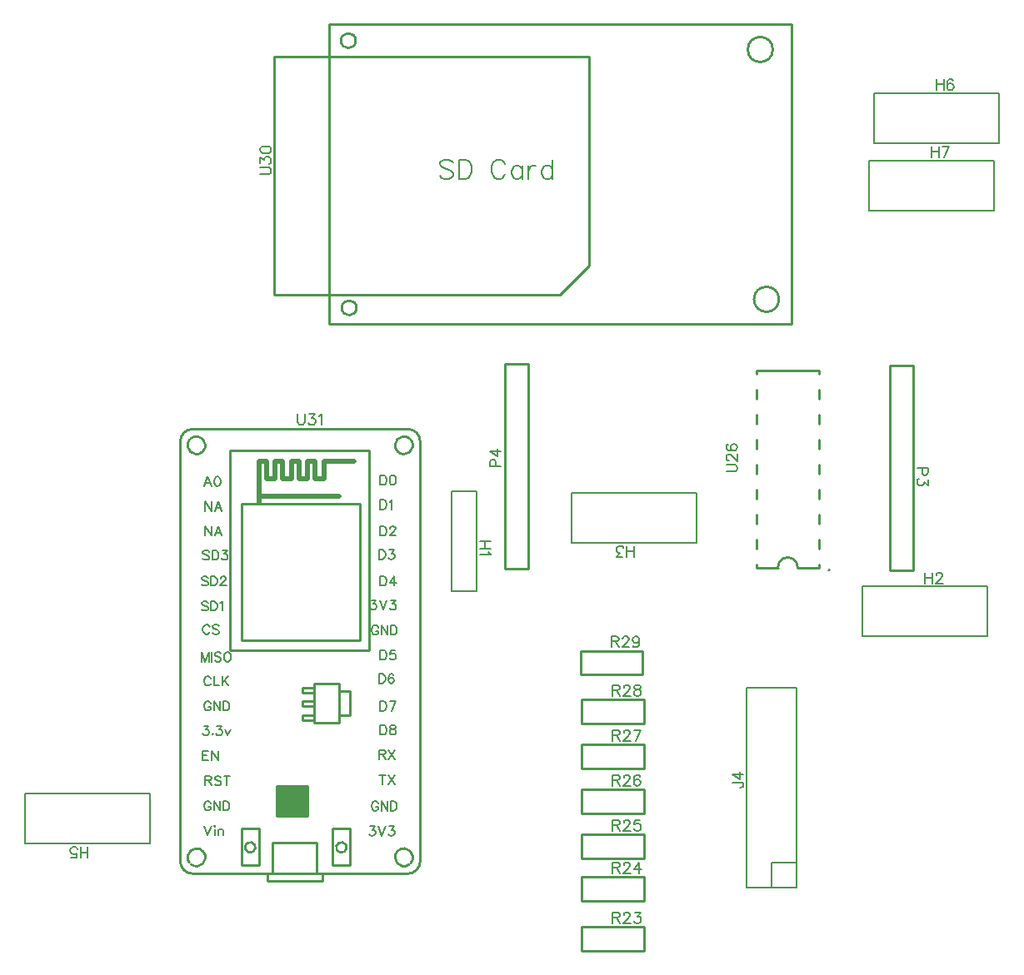
<source format=gto>
G04 Layer: TopSilkLayer*
G04 EasyEDA v6.4.17, 2021-03-04T16:16:43+05:30*
G04 deca96cb4bbb4a47937ce8430cf14737,2bb57043524a4b129a37d6aa7432c0d1,10*
G04 Gerber Generator version 0.2*
G04 Scale: 100 percent, Rotated: No, Reflected: No *
G04 Dimensions in millimeters *
G04 leading zeros omitted , absolute positions ,4 integer and 5 decimal *
%FSLAX45Y45*%
%MOMM*%

%ADD10C,0.2540*%
%ADD20C,0.2032*%
%ADD21C,0.2030*%
%ADD22C,0.5080*%
%ADD23C,0.2030*%
%ADD24C,0.1524*%

%LPD*%
D24*
X-799084Y647700D02*
G01*
X-908050Y647700D01*
X-799084Y575055D02*
G01*
X-908050Y575055D01*
X-850900Y647700D02*
G01*
X-850900Y575055D01*
X-819912Y540765D02*
G01*
X-814578Y530352D01*
X-799084Y514604D01*
X-908050Y514604D01*
X-2755900Y1944115D02*
G01*
X-2755900Y1866137D01*
X-2750820Y1850644D01*
X-2740405Y1840229D01*
X-2724657Y1835150D01*
X-2714244Y1835150D01*
X-2698750Y1840229D01*
X-2688336Y1850644D01*
X-2683255Y1866137D01*
X-2683255Y1944115D01*
X-2638552Y1944115D02*
G01*
X-2581402Y1944115D01*
X-2612389Y1902460D01*
X-2596895Y1902460D01*
X-2586481Y1897379D01*
X-2581402Y1892300D01*
X-2576068Y1876552D01*
X-2576068Y1866137D01*
X-2581402Y1850644D01*
X-2591815Y1840229D01*
X-2607310Y1835150D01*
X-2622804Y1835150D01*
X-2638552Y1840229D01*
X-2643631Y1845310D01*
X-2648965Y1855723D01*
X-2541778Y1923287D02*
G01*
X-2531363Y1928621D01*
X-2515870Y1944115D01*
X-2515870Y1835150D01*
D20*
X-3672078Y1308102D02*
G01*
X-3708400Y1212598D01*
X-3672078Y1308102D02*
G01*
X-3635755Y1212598D01*
X-3694684Y1244348D02*
G01*
X-3649218Y1244348D01*
X-3578352Y1308102D02*
G01*
X-3592068Y1303530D01*
X-3601212Y1289814D01*
X-3605784Y1267208D01*
X-3605784Y1253492D01*
X-3601212Y1230886D01*
X-3592068Y1217170D01*
X-3578352Y1212598D01*
X-3569207Y1212598D01*
X-3555745Y1217170D01*
X-3546602Y1230886D01*
X-3542029Y1253492D01*
X-3542029Y1267208D01*
X-3546602Y1289814D01*
X-3555745Y1303530D01*
X-3569207Y1308102D01*
X-3578352Y1308102D01*
X-3695700Y1054102D02*
G01*
X-3695700Y958598D01*
X-3695700Y1054102D02*
G01*
X-3631945Y958598D01*
X-3631945Y1054102D02*
G01*
X-3631945Y958598D01*
X-3565652Y1054102D02*
G01*
X-3601973Y958598D01*
X-3565652Y1054102D02*
G01*
X-3529329Y958598D01*
X-3588512Y990348D02*
G01*
X-3543045Y990348D01*
X-3695700Y803910D02*
G01*
X-3695700Y708405D01*
X-3695700Y803910D02*
G01*
X-3631945Y708405D01*
X-3631945Y803910D02*
G01*
X-3631945Y708405D01*
X-3565652Y803910D02*
G01*
X-3601973Y708405D01*
X-3565652Y803910D02*
G01*
X-3529329Y708405D01*
X-3588512Y740155D02*
G01*
X-3543045Y740155D01*
X-3657345Y545086D02*
G01*
X-3666489Y554230D01*
X-3680205Y558802D01*
X-3698494Y558802D01*
X-3711955Y554230D01*
X-3721100Y545086D01*
X-3721100Y535942D01*
X-3716528Y526798D01*
X-3711955Y522480D01*
X-3702812Y517908D01*
X-3675634Y508764D01*
X-3666489Y504192D01*
X-3661918Y499620D01*
X-3657345Y490476D01*
X-3657345Y477014D01*
X-3666489Y467870D01*
X-3680205Y463298D01*
X-3698494Y463298D01*
X-3711955Y467870D01*
X-3721100Y477014D01*
X-3627373Y558802D02*
G01*
X-3627373Y463298D01*
X-3627373Y558802D02*
G01*
X-3595623Y558802D01*
X-3581907Y554230D01*
X-3573018Y545086D01*
X-3568445Y535942D01*
X-3563873Y522480D01*
X-3563873Y499620D01*
X-3568445Y485904D01*
X-3573018Y477014D01*
X-3581907Y467870D01*
X-3595623Y463298D01*
X-3627373Y463298D01*
X-3524757Y558802D02*
G01*
X-3474720Y558802D01*
X-3501897Y522480D01*
X-3488436Y522480D01*
X-3479292Y517908D01*
X-3474720Y513336D01*
X-3470147Y499620D01*
X-3470147Y490476D01*
X-3474720Y477014D01*
X-3483863Y467870D01*
X-3497579Y463298D01*
X-3511042Y463298D01*
X-3524757Y467870D01*
X-3529329Y472442D01*
X-3533902Y481586D01*
X-3670045Y282194D02*
G01*
X-3679189Y291337D01*
X-3692905Y295910D01*
X-3711194Y295910D01*
X-3724655Y291337D01*
X-3733800Y282194D01*
X-3733800Y273050D01*
X-3729228Y263905D01*
X-3724655Y259587D01*
X-3715512Y255015D01*
X-3688334Y245871D01*
X-3679189Y241300D01*
X-3674618Y236728D01*
X-3670045Y227584D01*
X-3670045Y214121D01*
X-3679189Y204978D01*
X-3692905Y200405D01*
X-3711194Y200405D01*
X-3724655Y204978D01*
X-3733800Y214121D01*
X-3640073Y295910D02*
G01*
X-3640073Y200405D01*
X-3640073Y295910D02*
G01*
X-3608323Y295910D01*
X-3594607Y291337D01*
X-3585718Y282194D01*
X-3581145Y273050D01*
X-3576573Y259587D01*
X-3576573Y236728D01*
X-3581145Y223012D01*
X-3585718Y214121D01*
X-3594607Y204978D01*
X-3608323Y200405D01*
X-3640073Y200405D01*
X-3542029Y273050D02*
G01*
X-3542029Y277621D01*
X-3537457Y286765D01*
X-3532886Y291337D01*
X-3523742Y295910D01*
X-3505707Y295910D01*
X-3496563Y291337D01*
X-3491992Y286765D01*
X-3487420Y277621D01*
X-3487420Y268478D01*
X-3491992Y259587D01*
X-3501136Y245871D01*
X-3546602Y200405D01*
X-3482847Y200405D01*
X-3670045Y28194D02*
G01*
X-3679189Y37337D01*
X-3692905Y41910D01*
X-3711194Y41910D01*
X-3724655Y37337D01*
X-3733800Y28194D01*
X-3733800Y19050D01*
X-3729228Y9905D01*
X-3724655Y5587D01*
X-3715512Y1015D01*
X-3688334Y-8128D01*
X-3679189Y-12700D01*
X-3674618Y-17271D01*
X-3670045Y-26415D01*
X-3670045Y-39878D01*
X-3679189Y-49021D01*
X-3692905Y-53594D01*
X-3711194Y-53594D01*
X-3724655Y-49021D01*
X-3733800Y-39878D01*
X-3640073Y41910D02*
G01*
X-3640073Y-53594D01*
X-3640073Y41910D02*
G01*
X-3608323Y41910D01*
X-3594607Y37337D01*
X-3585718Y28194D01*
X-3581145Y19050D01*
X-3576573Y5587D01*
X-3576573Y-17271D01*
X-3581145Y-30987D01*
X-3585718Y-39878D01*
X-3594607Y-49021D01*
X-3608323Y-53594D01*
X-3640073Y-53594D01*
X-3546602Y23621D02*
G01*
X-3537457Y28194D01*
X-3523742Y41910D01*
X-3523742Y-53594D01*
X-3653028Y-222250D02*
G01*
X-3657345Y-213105D01*
X-3666489Y-203962D01*
X-3675634Y-199389D01*
X-3693921Y-199389D01*
X-3702812Y-203962D01*
X-3711955Y-213105D01*
X-3716528Y-222250D01*
X-3721100Y-235712D01*
X-3721100Y-258571D01*
X-3716528Y-272287D01*
X-3711955Y-281178D01*
X-3702812Y-290321D01*
X-3693921Y-294894D01*
X-3675634Y-294894D01*
X-3666489Y-290321D01*
X-3657345Y-281178D01*
X-3653028Y-272287D01*
X-3559302Y-213105D02*
G01*
X-3568445Y-203962D01*
X-3581907Y-199389D01*
X-3600195Y-199389D01*
X-3613912Y-203962D01*
X-3622802Y-213105D01*
X-3622802Y-222250D01*
X-3618484Y-231394D01*
X-3613912Y-235712D01*
X-3604768Y-240284D01*
X-3577589Y-249428D01*
X-3568445Y-254000D01*
X-3563873Y-258571D01*
X-3559302Y-267715D01*
X-3559302Y-281178D01*
X-3568445Y-290321D01*
X-3581907Y-294894D01*
X-3600195Y-294894D01*
X-3613912Y-290321D01*
X-3622802Y-281178D01*
X-3733800Y-478789D02*
G01*
X-3733800Y-574294D01*
X-3733800Y-478789D02*
G01*
X-3697478Y-574294D01*
X-3661155Y-478789D02*
G01*
X-3697478Y-574294D01*
X-3661155Y-478789D02*
G01*
X-3661155Y-574294D01*
X-3631184Y-478789D02*
G01*
X-3631184Y-574294D01*
X-3537457Y-492505D02*
G01*
X-3546602Y-483362D01*
X-3560063Y-478789D01*
X-3578352Y-478789D01*
X-3592068Y-483362D01*
X-3600957Y-492505D01*
X-3600957Y-501650D01*
X-3596639Y-510794D01*
X-3592068Y-515112D01*
X-3582923Y-519684D01*
X-3555492Y-528828D01*
X-3546602Y-533400D01*
X-3542029Y-537971D01*
X-3537457Y-547115D01*
X-3537457Y-560578D01*
X-3546602Y-569721D01*
X-3560063Y-574294D01*
X-3578352Y-574294D01*
X-3592068Y-569721D01*
X-3600957Y-560578D01*
X-3480054Y-478789D02*
G01*
X-3489197Y-483362D01*
X-3498342Y-492505D01*
X-3502913Y-501650D01*
X-3507486Y-515112D01*
X-3507486Y-537971D01*
X-3502913Y-551687D01*
X-3498342Y-560578D01*
X-3489197Y-569721D01*
X-3480054Y-574294D01*
X-3462020Y-574294D01*
X-3452876Y-569721D01*
X-3443731Y-560578D01*
X-3439160Y-551687D01*
X-3434587Y-537971D01*
X-3434587Y-515112D01*
X-3439160Y-501650D01*
X-3443731Y-492505D01*
X-3452876Y-483362D01*
X-3462020Y-478789D01*
X-3480054Y-478789D01*
X-3640328Y-742950D02*
G01*
X-3644645Y-733805D01*
X-3653789Y-724662D01*
X-3662934Y-720089D01*
X-3681221Y-720089D01*
X-3690112Y-724662D01*
X-3699255Y-733805D01*
X-3703828Y-742950D01*
X-3708400Y-756412D01*
X-3708400Y-779271D01*
X-3703828Y-792987D01*
X-3699255Y-801878D01*
X-3690112Y-811021D01*
X-3681221Y-815594D01*
X-3662934Y-815594D01*
X-3653789Y-811021D01*
X-3644645Y-801878D01*
X-3640328Y-792987D01*
X-3610102Y-720089D02*
G01*
X-3610102Y-815594D01*
X-3610102Y-815594D02*
G01*
X-3555745Y-815594D01*
X-3525773Y-720089D02*
G01*
X-3525773Y-815594D01*
X-3462020Y-720089D02*
G01*
X-3525773Y-783844D01*
X-3502913Y-760984D02*
G01*
X-3462020Y-815594D01*
X-3640328Y-996950D02*
G01*
X-3644645Y-987805D01*
X-3653789Y-978662D01*
X-3662934Y-974089D01*
X-3681221Y-974089D01*
X-3690112Y-978662D01*
X-3699255Y-987805D01*
X-3703828Y-996950D01*
X-3708400Y-1010412D01*
X-3708400Y-1033271D01*
X-3703828Y-1046987D01*
X-3699255Y-1055878D01*
X-3690112Y-1065021D01*
X-3681221Y-1069594D01*
X-3662934Y-1069594D01*
X-3653789Y-1065021D01*
X-3644645Y-1055878D01*
X-3640328Y-1046987D01*
X-3640328Y-1033271D01*
X-3662934Y-1033271D02*
G01*
X-3640328Y-1033271D01*
X-3610102Y-974089D02*
G01*
X-3610102Y-1069594D01*
X-3610102Y-974089D02*
G01*
X-3546602Y-1069594D01*
X-3546602Y-974089D02*
G01*
X-3546602Y-1069594D01*
X-3516629Y-974089D02*
G01*
X-3516629Y-1069594D01*
X-3516629Y-974089D02*
G01*
X-3484879Y-974089D01*
X-3471163Y-978662D01*
X-3462020Y-987805D01*
X-3457447Y-996950D01*
X-3452876Y-1010412D01*
X-3452876Y-1033271D01*
X-3457447Y-1046987D01*
X-3462020Y-1055878D01*
X-3471163Y-1065021D01*
X-3484879Y-1069594D01*
X-3516629Y-1069594D01*
X-3711955Y-1228089D02*
G01*
X-3661918Y-1228089D01*
X-3689350Y-1264412D01*
X-3675634Y-1264412D01*
X-3666489Y-1268984D01*
X-3661918Y-1273555D01*
X-3657345Y-1287271D01*
X-3657345Y-1296415D01*
X-3661918Y-1309878D01*
X-3671062Y-1319021D01*
X-3684778Y-1323594D01*
X-3698494Y-1323594D01*
X-3711955Y-1319021D01*
X-3716528Y-1314450D01*
X-3721100Y-1305305D01*
X-3622802Y-1300987D02*
G01*
X-3627373Y-1305305D01*
X-3622802Y-1309878D01*
X-3618484Y-1305305D01*
X-3622802Y-1300987D01*
X-3579368Y-1228089D02*
G01*
X-3529329Y-1228089D01*
X-3556507Y-1264412D01*
X-3542792Y-1264412D01*
X-3533902Y-1268984D01*
X-3529329Y-1273555D01*
X-3524757Y-1287271D01*
X-3524757Y-1296415D01*
X-3529329Y-1309878D01*
X-3538473Y-1319021D01*
X-3551936Y-1323594D01*
X-3565652Y-1323594D01*
X-3579368Y-1319021D01*
X-3583939Y-1314450D01*
X-3588257Y-1305305D01*
X-3494786Y-1260094D02*
G01*
X-3467354Y-1323594D01*
X-3440176Y-1260094D02*
G01*
X-3467354Y-1323594D01*
X-3721100Y-1482089D02*
G01*
X-3721100Y-1577594D01*
X-3721100Y-1482089D02*
G01*
X-3661918Y-1482089D01*
X-3721100Y-1527555D02*
G01*
X-3684778Y-1527555D01*
X-3721100Y-1577594D02*
G01*
X-3661918Y-1577594D01*
X-3631945Y-1482089D02*
G01*
X-3631945Y-1577594D01*
X-3631945Y-1482089D02*
G01*
X-3568445Y-1577594D01*
X-3568445Y-1482089D02*
G01*
X-3568445Y-1577594D01*
X-3695700Y-1736089D02*
G01*
X-3695700Y-1831594D01*
X-3695700Y-1736089D02*
G01*
X-3654805Y-1736089D01*
X-3641089Y-1740662D01*
X-3636518Y-1745234D01*
X-3631945Y-1754378D01*
X-3631945Y-1763521D01*
X-3636518Y-1772412D01*
X-3641089Y-1776984D01*
X-3654805Y-1781555D01*
X-3695700Y-1781555D01*
X-3663950Y-1781555D02*
G01*
X-3631945Y-1831594D01*
X-3538473Y-1749805D02*
G01*
X-3547618Y-1740662D01*
X-3561079Y-1736089D01*
X-3579368Y-1736089D01*
X-3593084Y-1740662D01*
X-3601973Y-1749805D01*
X-3601973Y-1758950D01*
X-3597402Y-1768094D01*
X-3593084Y-1772412D01*
X-3583939Y-1776984D01*
X-3556507Y-1786128D01*
X-3547618Y-1790700D01*
X-3543045Y-1795271D01*
X-3538473Y-1804415D01*
X-3538473Y-1817878D01*
X-3547618Y-1827021D01*
X-3561079Y-1831594D01*
X-3579368Y-1831594D01*
X-3593084Y-1827021D01*
X-3601973Y-1817878D01*
X-3476497Y-1736089D02*
G01*
X-3476497Y-1831594D01*
X-3508502Y-1736089D02*
G01*
X-3444747Y-1736089D01*
X-3640328Y-2012950D02*
G01*
X-3644645Y-2003805D01*
X-3653789Y-1994662D01*
X-3662934Y-1990089D01*
X-3681221Y-1990089D01*
X-3690112Y-1994662D01*
X-3699255Y-2003805D01*
X-3703828Y-2012950D01*
X-3708400Y-2026412D01*
X-3708400Y-2049271D01*
X-3703828Y-2062987D01*
X-3699255Y-2071878D01*
X-3690112Y-2081021D01*
X-3681221Y-2085594D01*
X-3662934Y-2085594D01*
X-3653789Y-2081021D01*
X-3644645Y-2071878D01*
X-3640328Y-2062987D01*
X-3640328Y-2049271D01*
X-3662934Y-2049271D02*
G01*
X-3640328Y-2049271D01*
X-3610102Y-1990089D02*
G01*
X-3610102Y-2085594D01*
X-3610102Y-1990089D02*
G01*
X-3546602Y-2085594D01*
X-3546602Y-1990089D02*
G01*
X-3546602Y-2085594D01*
X-3516629Y-1990089D02*
G01*
X-3516629Y-2085594D01*
X-3516629Y-1990089D02*
G01*
X-3484879Y-1990089D01*
X-3471163Y-1994662D01*
X-3462020Y-2003805D01*
X-3457447Y-2012950D01*
X-3452876Y-2026412D01*
X-3452876Y-2049271D01*
X-3457447Y-2062987D01*
X-3462020Y-2071878D01*
X-3471163Y-2081021D01*
X-3484879Y-2085594D01*
X-3516629Y-2085594D01*
X-3708400Y-2244089D02*
G01*
X-3672078Y-2339594D01*
X-3635755Y-2244089D02*
G01*
X-3672078Y-2339594D01*
X-3605784Y-2244089D02*
G01*
X-3601212Y-2248662D01*
X-3596639Y-2244089D01*
X-3601212Y-2239518D01*
X-3605784Y-2244089D01*
X-3601212Y-2276094D02*
G01*
X-3601212Y-2339594D01*
X-3566668Y-2276094D02*
G01*
X-3566668Y-2339594D01*
X-3566668Y-2294128D02*
G01*
X-3552952Y-2280412D01*
X-3543807Y-2276094D01*
X-3530092Y-2276094D01*
X-3521202Y-2280412D01*
X-3516629Y-2294128D01*
X-3516629Y-2339594D01*
X-1917700Y1320802D02*
G01*
X-1917700Y1225298D01*
X-1917700Y1320802D02*
G01*
X-1885950Y1320802D01*
X-1872234Y1316230D01*
X-1863089Y1307086D01*
X-1858518Y1297942D01*
X-1853945Y1284480D01*
X-1853945Y1261620D01*
X-1858518Y1247904D01*
X-1863089Y1239014D01*
X-1872234Y1229870D01*
X-1885950Y1225298D01*
X-1917700Y1225298D01*
X-1796795Y1320802D02*
G01*
X-1810512Y1316230D01*
X-1819402Y1302514D01*
X-1823973Y1279908D01*
X-1823973Y1266192D01*
X-1819402Y1243586D01*
X-1810512Y1229870D01*
X-1796795Y1225298D01*
X-1787652Y1225298D01*
X-1774189Y1229870D01*
X-1765045Y1243586D01*
X-1760473Y1266192D01*
X-1760473Y1279908D01*
X-1765045Y1302514D01*
X-1774189Y1316230D01*
X-1787652Y1320802D01*
X-1796795Y1320802D01*
X-1917700Y1070610D02*
G01*
X-1917700Y975105D01*
X-1917700Y1070610D02*
G01*
X-1885950Y1070610D01*
X-1872234Y1066037D01*
X-1863089Y1056894D01*
X-1858518Y1047750D01*
X-1853945Y1034287D01*
X-1853945Y1011428D01*
X-1858518Y997712D01*
X-1863089Y988821D01*
X-1872234Y979678D01*
X-1885950Y975105D01*
X-1917700Y975105D01*
X-1823973Y1052321D02*
G01*
X-1815084Y1056894D01*
X-1801368Y1070610D01*
X-1801368Y975105D01*
X-1917700Y803910D02*
G01*
X-1917700Y708405D01*
X-1917700Y803910D02*
G01*
X-1885950Y803910D01*
X-1872234Y799337D01*
X-1863089Y790194D01*
X-1858518Y781050D01*
X-1853945Y767587D01*
X-1853945Y744728D01*
X-1858518Y731012D01*
X-1863089Y722121D01*
X-1872234Y712978D01*
X-1885950Y708405D01*
X-1917700Y708405D01*
X-1819402Y781050D02*
G01*
X-1819402Y785621D01*
X-1815084Y794765D01*
X-1810512Y799337D01*
X-1801368Y803910D01*
X-1783079Y803910D01*
X-1774189Y799337D01*
X-1769618Y794765D01*
X-1765045Y785621D01*
X-1765045Y776478D01*
X-1769618Y767587D01*
X-1778507Y753871D01*
X-1823973Y708405D01*
X-1760473Y708405D01*
X-1930400Y562610D02*
G01*
X-1930400Y467105D01*
X-1930400Y562610D02*
G01*
X-1898650Y562610D01*
X-1884934Y558037D01*
X-1875789Y548894D01*
X-1871218Y539750D01*
X-1866645Y526287D01*
X-1866645Y503428D01*
X-1871218Y489712D01*
X-1875789Y480821D01*
X-1884934Y471678D01*
X-1898650Y467105D01*
X-1930400Y467105D01*
X-1827784Y562610D02*
G01*
X-1777745Y562610D01*
X-1804923Y526287D01*
X-1791207Y526287D01*
X-1782318Y521715D01*
X-1777745Y517144D01*
X-1773173Y503428D01*
X-1773173Y494284D01*
X-1777745Y480821D01*
X-1786889Y471678D01*
X-1800352Y467105D01*
X-1814068Y467105D01*
X-1827784Y471678D01*
X-1832102Y476250D01*
X-1836673Y485394D01*
X-2010155Y50802D02*
G01*
X-1960118Y50802D01*
X-1987550Y14480D01*
X-1973834Y14480D01*
X-1964689Y9908D01*
X-1960118Y5336D01*
X-1955545Y-8379D01*
X-1955545Y-17523D01*
X-1960118Y-30985D01*
X-1969262Y-40129D01*
X-1982978Y-44701D01*
X-1996694Y-44701D01*
X-2010155Y-40129D01*
X-2014728Y-35557D01*
X-2019300Y-26413D01*
X-1925573Y50802D02*
G01*
X-1889252Y-44701D01*
X-1852929Y50802D02*
G01*
X-1889252Y-44701D01*
X-1813813Y50802D02*
G01*
X-1763776Y50802D01*
X-1791207Y14480D01*
X-1777492Y14480D01*
X-1768347Y9908D01*
X-1763776Y5336D01*
X-1759204Y-8379D01*
X-1759204Y-17523D01*
X-1763776Y-30985D01*
X-1772920Y-40129D01*
X-1786636Y-44701D01*
X-1800097Y-44701D01*
X-1813813Y-40129D01*
X-1818386Y-35557D01*
X-1822957Y-26413D01*
X-1938528Y-226057D02*
G01*
X-1942845Y-216913D01*
X-1951989Y-207769D01*
X-1961134Y-203197D01*
X-1979421Y-203197D01*
X-1988312Y-207769D01*
X-1997455Y-216913D01*
X-2002028Y-226057D01*
X-2006600Y-239519D01*
X-2006600Y-262379D01*
X-2002028Y-276095D01*
X-1997455Y-284985D01*
X-1988312Y-294129D01*
X-1979421Y-298701D01*
X-1961134Y-298701D01*
X-1951989Y-294129D01*
X-1942845Y-284985D01*
X-1938528Y-276095D01*
X-1938528Y-262379D01*
X-1961134Y-262379D02*
G01*
X-1938528Y-262379D01*
X-1908302Y-203197D02*
G01*
X-1908302Y-298701D01*
X-1908302Y-203197D02*
G01*
X-1844802Y-298701D01*
X-1844802Y-203197D02*
G01*
X-1844802Y-298701D01*
X-1814829Y-203197D02*
G01*
X-1814829Y-298701D01*
X-1814829Y-203197D02*
G01*
X-1783079Y-203197D01*
X-1769363Y-207769D01*
X-1760220Y-216913D01*
X-1755647Y-226057D01*
X-1751076Y-239519D01*
X-1751076Y-262379D01*
X-1755647Y-276095D01*
X-1760220Y-284985D01*
X-1769363Y-294129D01*
X-1783079Y-298701D01*
X-1814829Y-298701D01*
X-1917700Y-457197D02*
G01*
X-1917700Y-552701D01*
X-1917700Y-457197D02*
G01*
X-1885950Y-457197D01*
X-1872234Y-461769D01*
X-1863089Y-470913D01*
X-1858518Y-480057D01*
X-1853945Y-493519D01*
X-1853945Y-516379D01*
X-1858518Y-530095D01*
X-1863089Y-538985D01*
X-1872234Y-548129D01*
X-1885950Y-552701D01*
X-1917700Y-552701D01*
X-1769618Y-457197D02*
G01*
X-1815084Y-457197D01*
X-1819402Y-498091D01*
X-1815084Y-493519D01*
X-1801368Y-489201D01*
X-1787652Y-489201D01*
X-1774189Y-493519D01*
X-1765045Y-502663D01*
X-1760473Y-516379D01*
X-1760473Y-525523D01*
X-1765045Y-538985D01*
X-1774189Y-548129D01*
X-1787652Y-552701D01*
X-1801368Y-552701D01*
X-1815084Y-548129D01*
X-1819402Y-543557D01*
X-1823973Y-534413D01*
X-1930400Y-698497D02*
G01*
X-1930400Y-794001D01*
X-1930400Y-698497D02*
G01*
X-1898650Y-698497D01*
X-1884934Y-703069D01*
X-1875789Y-712213D01*
X-1871218Y-721357D01*
X-1866645Y-734819D01*
X-1866645Y-757679D01*
X-1871218Y-771395D01*
X-1875789Y-780285D01*
X-1884934Y-789429D01*
X-1898650Y-794001D01*
X-1930400Y-794001D01*
X-1782318Y-712213D02*
G01*
X-1786889Y-703069D01*
X-1800352Y-698497D01*
X-1809495Y-698497D01*
X-1823212Y-703069D01*
X-1832102Y-716785D01*
X-1836673Y-739391D01*
X-1836673Y-762251D01*
X-1832102Y-780285D01*
X-1823212Y-789429D01*
X-1809495Y-794001D01*
X-1804923Y-794001D01*
X-1791207Y-789429D01*
X-1782318Y-780285D01*
X-1777745Y-766823D01*
X-1777745Y-762251D01*
X-1782318Y-748535D01*
X-1791207Y-739391D01*
X-1804923Y-734819D01*
X-1809495Y-734819D01*
X-1823212Y-739391D01*
X-1832102Y-748535D01*
X-1836673Y-762251D01*
X-1917700Y-977897D02*
G01*
X-1917700Y-1073401D01*
X-1917700Y-977897D02*
G01*
X-1885950Y-977897D01*
X-1872234Y-982469D01*
X-1863089Y-991613D01*
X-1858518Y-1000757D01*
X-1853945Y-1014219D01*
X-1853945Y-1037079D01*
X-1858518Y-1050795D01*
X-1863089Y-1059685D01*
X-1872234Y-1068829D01*
X-1885950Y-1073401D01*
X-1917700Y-1073401D01*
X-1760473Y-977897D02*
G01*
X-1805939Y-1073401D01*
X-1823973Y-977897D02*
G01*
X-1760473Y-977897D01*
X-1917700Y-1219197D02*
G01*
X-1917700Y-1314701D01*
X-1917700Y-1219197D02*
G01*
X-1885950Y-1219197D01*
X-1872234Y-1223769D01*
X-1863089Y-1232913D01*
X-1858518Y-1242057D01*
X-1853945Y-1255519D01*
X-1853945Y-1278379D01*
X-1858518Y-1292095D01*
X-1863089Y-1300985D01*
X-1872234Y-1310129D01*
X-1885950Y-1314701D01*
X-1917700Y-1314701D01*
X-1801368Y-1219197D02*
G01*
X-1815084Y-1223769D01*
X-1819402Y-1232913D01*
X-1819402Y-1242057D01*
X-1815084Y-1251201D01*
X-1805939Y-1255519D01*
X-1787652Y-1260091D01*
X-1774189Y-1264663D01*
X-1765045Y-1273807D01*
X-1760473Y-1282951D01*
X-1760473Y-1296413D01*
X-1765045Y-1305557D01*
X-1769618Y-1310129D01*
X-1783079Y-1314701D01*
X-1801368Y-1314701D01*
X-1815084Y-1310129D01*
X-1819402Y-1305557D01*
X-1823973Y-1296413D01*
X-1823973Y-1282951D01*
X-1819402Y-1273807D01*
X-1810512Y-1264663D01*
X-1796795Y-1260091D01*
X-1778507Y-1255519D01*
X-1769618Y-1251201D01*
X-1765045Y-1242057D01*
X-1765045Y-1232913D01*
X-1769618Y-1223769D01*
X-1783079Y-1219197D01*
X-1801368Y-1219197D01*
X-1930400Y-1473197D02*
G01*
X-1930400Y-1568701D01*
X-1930400Y-1473197D02*
G01*
X-1889505Y-1473197D01*
X-1875789Y-1477769D01*
X-1871218Y-1482341D01*
X-1866645Y-1491485D01*
X-1866645Y-1500629D01*
X-1871218Y-1509519D01*
X-1875789Y-1514091D01*
X-1889505Y-1518663D01*
X-1930400Y-1518663D01*
X-1898650Y-1518663D02*
G01*
X-1866645Y-1568701D01*
X-1836673Y-1473197D02*
G01*
X-1773173Y-1568701D01*
X-1773173Y-1473197D02*
G01*
X-1836673Y-1568701D01*
X-1898650Y-1727197D02*
G01*
X-1898650Y-1822701D01*
X-1930400Y-1727197D02*
G01*
X-1866645Y-1727197D01*
X-1836673Y-1727197D02*
G01*
X-1773173Y-1822701D01*
X-1773173Y-1727197D02*
G01*
X-1836673Y-1822701D01*
X-2022855Y-2247900D02*
G01*
X-1972818Y-2247900D01*
X-2000250Y-2284221D01*
X-1986534Y-2284221D01*
X-1977389Y-2288794D01*
X-1972818Y-2293365D01*
X-1968245Y-2307081D01*
X-1968245Y-2316226D01*
X-1972818Y-2329687D01*
X-1981962Y-2338831D01*
X-1995678Y-2343404D01*
X-2009394Y-2343404D01*
X-2022855Y-2338831D01*
X-2027428Y-2334260D01*
X-2032000Y-2325115D01*
X-1938273Y-2247900D02*
G01*
X-1901952Y-2343404D01*
X-1865629Y-2247900D02*
G01*
X-1901952Y-2343404D01*
X-1826513Y-2247900D02*
G01*
X-1776476Y-2247900D01*
X-1803907Y-2284221D01*
X-1790192Y-2284221D01*
X-1781047Y-2288794D01*
X-1776476Y-2293365D01*
X-1771904Y-2307081D01*
X-1771904Y-2316226D01*
X-1776476Y-2329687D01*
X-1785620Y-2338831D01*
X-1799336Y-2343404D01*
X-1812797Y-2343404D01*
X-1826513Y-2338831D01*
X-1831086Y-2334260D01*
X-1835657Y-2325115D01*
X-1938528Y-2016760D02*
G01*
X-1942845Y-2007615D01*
X-1951989Y-1998471D01*
X-1961134Y-1993900D01*
X-1979421Y-1993900D01*
X-1988312Y-1998471D01*
X-1997455Y-2007615D01*
X-2002028Y-2016760D01*
X-2006600Y-2030221D01*
X-2006600Y-2053081D01*
X-2002028Y-2066797D01*
X-1997455Y-2075687D01*
X-1988312Y-2084831D01*
X-1979421Y-2089404D01*
X-1961134Y-2089404D01*
X-1951989Y-2084831D01*
X-1942845Y-2075687D01*
X-1938528Y-2066797D01*
X-1938528Y-2053081D01*
X-1961134Y-2053081D02*
G01*
X-1938528Y-2053081D01*
X-1908302Y-1993900D02*
G01*
X-1908302Y-2089404D01*
X-1908302Y-1993900D02*
G01*
X-1844802Y-2089404D01*
X-1844802Y-1993900D02*
G01*
X-1844802Y-2089404D01*
X-1814829Y-1993900D02*
G01*
X-1814829Y-2089404D01*
X-1814829Y-1993900D02*
G01*
X-1783079Y-1993900D01*
X-1769363Y-1998471D01*
X-1760220Y-2007615D01*
X-1755647Y-2016760D01*
X-1751076Y-2030221D01*
X-1751076Y-2053081D01*
X-1755647Y-2066797D01*
X-1760220Y-2075687D01*
X-1769363Y-2084831D01*
X-1783079Y-2089404D01*
X-1814829Y-2089404D01*
X-1917700Y295910D02*
G01*
X-1917700Y200405D01*
X-1917700Y295910D02*
G01*
X-1885950Y295910D01*
X-1872234Y291337D01*
X-1863089Y282194D01*
X-1858518Y273050D01*
X-1853945Y259587D01*
X-1853945Y236728D01*
X-1858518Y223012D01*
X-1863089Y214121D01*
X-1872234Y204978D01*
X-1885950Y200405D01*
X-1917700Y200405D01*
X-1778507Y295910D02*
G01*
X-1823973Y232155D01*
X-1755902Y232155D01*
X-1778507Y295910D02*
G01*
X-1778507Y200405D01*
D24*
X431800Y-316484D02*
G01*
X431800Y-425450D01*
X431800Y-316484D02*
G01*
X478536Y-316484D01*
X494029Y-321563D01*
X499363Y-326897D01*
X504444Y-337312D01*
X504444Y-347726D01*
X499363Y-358139D01*
X494029Y-363220D01*
X478536Y-368300D01*
X431800Y-368300D01*
X468121Y-368300D02*
G01*
X504444Y-425450D01*
X544068Y-342392D02*
G01*
X544068Y-337312D01*
X549147Y-326897D01*
X554481Y-321563D01*
X564895Y-316484D01*
X585470Y-316484D01*
X595884Y-321563D01*
X601218Y-326897D01*
X606297Y-337312D01*
X606297Y-347726D01*
X601218Y-358139D01*
X590804Y-373634D01*
X538734Y-425450D01*
X611631Y-425450D01*
X713486Y-352805D02*
G01*
X708152Y-368300D01*
X697737Y-378713D01*
X682244Y-384047D01*
X676910Y-384047D01*
X661415Y-378713D01*
X651002Y-368300D01*
X645921Y-352805D01*
X645921Y-347726D01*
X651002Y-331978D01*
X661415Y-321563D01*
X676910Y-316484D01*
X682244Y-316484D01*
X697737Y-321563D01*
X708152Y-331978D01*
X713486Y-352805D01*
X713486Y-378713D01*
X708152Y-404876D01*
X697737Y-420370D01*
X682244Y-425450D01*
X671829Y-425450D01*
X656336Y-420370D01*
X651002Y-409955D01*
X444500Y-811784D02*
G01*
X444500Y-920750D01*
X444500Y-811784D02*
G01*
X491236Y-811784D01*
X506729Y-816863D01*
X512063Y-822197D01*
X517144Y-832612D01*
X517144Y-843026D01*
X512063Y-853439D01*
X506729Y-858520D01*
X491236Y-863600D01*
X444500Y-863600D01*
X480821Y-863600D02*
G01*
X517144Y-920750D01*
X556768Y-837692D02*
G01*
X556768Y-832612D01*
X561847Y-822197D01*
X567181Y-816863D01*
X577595Y-811784D01*
X598170Y-811784D01*
X608584Y-816863D01*
X613918Y-822197D01*
X618997Y-832612D01*
X618997Y-843026D01*
X613918Y-853439D01*
X603504Y-868934D01*
X551434Y-920750D01*
X624331Y-920750D01*
X684529Y-811784D02*
G01*
X669036Y-816863D01*
X663702Y-827278D01*
X663702Y-837692D01*
X669036Y-848105D01*
X679450Y-853439D01*
X700023Y-858520D01*
X715771Y-863600D01*
X726186Y-874013D01*
X731265Y-884428D01*
X731265Y-900176D01*
X726186Y-910589D01*
X720852Y-915670D01*
X705357Y-920750D01*
X684529Y-920750D01*
X669036Y-915670D01*
X663702Y-910589D01*
X658621Y-900176D01*
X658621Y-884428D01*
X663702Y-874013D01*
X674115Y-863600D01*
X689610Y-858520D01*
X710437Y-853439D01*
X720852Y-848105D01*
X726186Y-837692D01*
X726186Y-827278D01*
X720852Y-816863D01*
X705357Y-811784D01*
X684529Y-811784D01*
X444500Y-1268984D02*
G01*
X444500Y-1377950D01*
X444500Y-1268984D02*
G01*
X491236Y-1268984D01*
X506729Y-1274063D01*
X512063Y-1279397D01*
X517144Y-1289812D01*
X517144Y-1300226D01*
X512063Y-1310639D01*
X506729Y-1315720D01*
X491236Y-1320800D01*
X444500Y-1320800D01*
X480821Y-1320800D02*
G01*
X517144Y-1377950D01*
X556768Y-1294892D02*
G01*
X556768Y-1289812D01*
X561847Y-1279397D01*
X567181Y-1274063D01*
X577595Y-1268984D01*
X598170Y-1268984D01*
X608584Y-1274063D01*
X613918Y-1279397D01*
X618997Y-1289812D01*
X618997Y-1300226D01*
X613918Y-1310639D01*
X603504Y-1326134D01*
X551434Y-1377950D01*
X624331Y-1377950D01*
X731265Y-1268984D02*
G01*
X679450Y-1377950D01*
X658621Y-1268984D02*
G01*
X731265Y-1268984D01*
X444500Y-1726184D02*
G01*
X444500Y-1835150D01*
X444500Y-1726184D02*
G01*
X491236Y-1726184D01*
X506729Y-1731263D01*
X512063Y-1736597D01*
X517144Y-1747012D01*
X517144Y-1757426D01*
X512063Y-1767839D01*
X506729Y-1772920D01*
X491236Y-1778000D01*
X444500Y-1778000D01*
X480821Y-1778000D02*
G01*
X517144Y-1835150D01*
X556768Y-1752092D02*
G01*
X556768Y-1747012D01*
X561847Y-1736597D01*
X567181Y-1731263D01*
X577595Y-1726184D01*
X598170Y-1726184D01*
X608584Y-1731263D01*
X613918Y-1736597D01*
X618997Y-1747012D01*
X618997Y-1757426D01*
X613918Y-1767839D01*
X603504Y-1783334D01*
X551434Y-1835150D01*
X624331Y-1835150D01*
X720852Y-1741678D02*
G01*
X715771Y-1731263D01*
X700023Y-1726184D01*
X689610Y-1726184D01*
X674115Y-1731263D01*
X663702Y-1747012D01*
X658621Y-1772920D01*
X658621Y-1798828D01*
X663702Y-1819655D01*
X674115Y-1830070D01*
X689610Y-1835150D01*
X694944Y-1835150D01*
X710437Y-1830070D01*
X720852Y-1819655D01*
X726186Y-1804162D01*
X726186Y-1798828D01*
X720852Y-1783334D01*
X710437Y-1772920D01*
X694944Y-1767839D01*
X689610Y-1767839D01*
X674115Y-1772920D01*
X663702Y-1783334D01*
X658621Y-1798828D01*
X444500Y-2183384D02*
G01*
X444500Y-2292350D01*
X444500Y-2183384D02*
G01*
X491236Y-2183384D01*
X506729Y-2188463D01*
X512063Y-2193797D01*
X517144Y-2204212D01*
X517144Y-2214626D01*
X512063Y-2225039D01*
X506729Y-2230120D01*
X491236Y-2235200D01*
X444500Y-2235200D01*
X480821Y-2235200D02*
G01*
X517144Y-2292350D01*
X556768Y-2209292D02*
G01*
X556768Y-2204212D01*
X561847Y-2193797D01*
X567181Y-2188463D01*
X577595Y-2183384D01*
X598170Y-2183384D01*
X608584Y-2188463D01*
X613918Y-2193797D01*
X618997Y-2204212D01*
X618997Y-2214626D01*
X613918Y-2225039D01*
X603504Y-2240534D01*
X551434Y-2292350D01*
X624331Y-2292350D01*
X720852Y-2183384D02*
G01*
X669036Y-2183384D01*
X663702Y-2230120D01*
X669036Y-2225039D01*
X684529Y-2219705D01*
X700023Y-2219705D01*
X715771Y-2225039D01*
X726186Y-2235200D01*
X731265Y-2250947D01*
X731265Y-2261362D01*
X726186Y-2276855D01*
X715771Y-2287270D01*
X700023Y-2292350D01*
X684529Y-2292350D01*
X669036Y-2287270D01*
X663702Y-2282189D01*
X658621Y-2271776D01*
X444500Y-2615184D02*
G01*
X444500Y-2724150D01*
X444500Y-2615184D02*
G01*
X491236Y-2615184D01*
X506729Y-2620263D01*
X512063Y-2625597D01*
X517144Y-2636012D01*
X517144Y-2646426D01*
X512063Y-2656839D01*
X506729Y-2661920D01*
X491236Y-2667000D01*
X444500Y-2667000D01*
X480821Y-2667000D02*
G01*
X517144Y-2724150D01*
X556768Y-2641092D02*
G01*
X556768Y-2636012D01*
X561847Y-2625597D01*
X567181Y-2620263D01*
X577595Y-2615184D01*
X598170Y-2615184D01*
X608584Y-2620263D01*
X613918Y-2625597D01*
X618997Y-2636012D01*
X618997Y-2646426D01*
X613918Y-2656839D01*
X603504Y-2672334D01*
X551434Y-2724150D01*
X624331Y-2724150D01*
X710437Y-2615184D02*
G01*
X658621Y-2687828D01*
X736600Y-2687828D01*
X710437Y-2615184D02*
G01*
X710437Y-2724150D01*
X444500Y-3123184D02*
G01*
X444500Y-3232150D01*
X444500Y-3123184D02*
G01*
X491236Y-3123184D01*
X506729Y-3128263D01*
X512063Y-3133597D01*
X517144Y-3144012D01*
X517144Y-3154426D01*
X512063Y-3164839D01*
X506729Y-3169920D01*
X491236Y-3175000D01*
X444500Y-3175000D01*
X480821Y-3175000D02*
G01*
X517144Y-3232150D01*
X556768Y-3149092D02*
G01*
X556768Y-3144012D01*
X561847Y-3133597D01*
X567181Y-3128263D01*
X577595Y-3123184D01*
X598170Y-3123184D01*
X608584Y-3128263D01*
X613918Y-3133597D01*
X618997Y-3144012D01*
X618997Y-3154426D01*
X613918Y-3164839D01*
X603504Y-3180334D01*
X551434Y-3232150D01*
X624331Y-3232150D01*
X669036Y-3123184D02*
G01*
X726186Y-3123184D01*
X694944Y-3164839D01*
X710437Y-3164839D01*
X720852Y-3169920D01*
X726186Y-3175000D01*
X731265Y-3190747D01*
X731265Y-3201162D01*
X726186Y-3216655D01*
X715771Y-3227070D01*
X700023Y-3232150D01*
X684529Y-3232150D01*
X669036Y-3227070D01*
X663702Y-3221989D01*
X658621Y-3211576D01*
X1662684Y-1802129D02*
G01*
X1745742Y-1802129D01*
X1761489Y-1807463D01*
X1766570Y-1812544D01*
X1771650Y-1822957D01*
X1771650Y-1833371D01*
X1766570Y-1843786D01*
X1761489Y-1849120D01*
X1745742Y-1854200D01*
X1735328Y-1854200D01*
X1662684Y-1716023D02*
G01*
X1735328Y-1767839D01*
X1735328Y-1690115D01*
X1662684Y-1716023D02*
G01*
X1771650Y-1716023D01*
X-3137915Y4381500D02*
G01*
X-3059937Y4381500D01*
X-3044444Y4386579D01*
X-3034029Y4396994D01*
X-3028950Y4412742D01*
X-3028950Y4423155D01*
X-3034029Y4438650D01*
X-3044444Y4449063D01*
X-3059937Y4454144D01*
X-3137915Y4454144D01*
X-3137915Y4498847D02*
G01*
X-3137915Y4555997D01*
X-3096260Y4525010D01*
X-3096260Y4540504D01*
X-3091179Y4550918D01*
X-3086100Y4555997D01*
X-3070352Y4561331D01*
X-3059937Y4561331D01*
X-3044444Y4555997D01*
X-3034029Y4545584D01*
X-3028950Y4530089D01*
X-3028950Y4514595D01*
X-3034029Y4498847D01*
X-3039110Y4493768D01*
X-3049523Y4488434D01*
X-3137915Y4626610D02*
G01*
X-3132836Y4611115D01*
X-3117087Y4600702D01*
X-3091179Y4595621D01*
X-3075686Y4595621D01*
X-3049523Y4600702D01*
X-3034029Y4611115D01*
X-3028950Y4626610D01*
X-3028950Y4637023D01*
X-3034029Y4652771D01*
X-3049523Y4663186D01*
X-3075686Y4668265D01*
X-3091179Y4668265D01*
X-3117087Y4663186D01*
X-3132836Y4652771D01*
X-3137915Y4637023D01*
X-3137915Y4626610D01*
D20*
X-1180749Y4503447D02*
G01*
X-1199291Y4521984D01*
X-1226974Y4531131D01*
X-1263807Y4531131D01*
X-1291496Y4521984D01*
X-1310035Y4503447D01*
X-1310035Y4485157D01*
X-1300891Y4466612D01*
X-1291496Y4457217D01*
X-1273205Y4448070D01*
X-1217579Y4429531D01*
X-1199291Y4420384D01*
X-1189896Y4411243D01*
X-1180749Y4392698D01*
X-1180749Y4365012D01*
X-1199291Y4346470D01*
X-1226974Y4337326D01*
X-1263807Y4337326D01*
X-1291496Y4346470D01*
X-1310035Y4365012D01*
X-1119789Y4531131D02*
G01*
X-1119789Y4337326D01*
X-1119789Y4531131D02*
G01*
X-1055019Y4531131D01*
X-1027330Y4521984D01*
X-1009045Y4503447D01*
X-999647Y4485157D01*
X-990503Y4457217D01*
X-990503Y4411243D01*
X-999647Y4383557D01*
X-1009045Y4365012D01*
X-1027330Y4346470D01*
X-1055019Y4337326D01*
X-1119789Y4337326D01*
X-648614Y4485157D02*
G01*
X-658014Y4503447D01*
X-676305Y4521984D01*
X-694847Y4531131D01*
X-731928Y4531131D01*
X-750214Y4521984D01*
X-768761Y4503447D01*
X-777905Y4485157D01*
X-787303Y4457217D01*
X-787303Y4411243D01*
X-777905Y4383557D01*
X-768761Y4365012D01*
X-750214Y4346470D01*
X-731928Y4337326D01*
X-694847Y4337326D01*
X-676305Y4346470D01*
X-658014Y4365012D01*
X-648614Y4383557D01*
X-476912Y4466612D02*
G01*
X-476912Y4337326D01*
X-476912Y4438926D02*
G01*
X-495454Y4457217D01*
X-513740Y4466612D01*
X-541685Y4466612D01*
X-559970Y4457217D01*
X-578512Y4438926D01*
X-587656Y4411243D01*
X-587656Y4392698D01*
X-578512Y4365012D01*
X-559970Y4346470D01*
X-541685Y4337326D01*
X-513740Y4337326D01*
X-495454Y4346470D01*
X-476912Y4365012D01*
X-415955Y4466612D02*
G01*
X-415955Y4337326D01*
X-415955Y4411243D02*
G01*
X-406811Y4438926D01*
X-388264Y4457217D01*
X-369724Y4466612D01*
X-342038Y4466612D01*
X-170337Y4531131D02*
G01*
X-170337Y4337326D01*
X-170337Y4438926D02*
G01*
X-188620Y4457217D01*
X-207164Y4466612D01*
X-234848Y4466612D01*
X-253390Y4457217D01*
X-271937Y4438926D01*
X-281078Y4411243D01*
X-281078Y4392698D01*
X-271937Y4365012D01*
X-253390Y4346470D01*
X-234848Y4337326D01*
X-207164Y4337326D01*
X-188620Y4346470D01*
X-170337Y4365012D01*
D24*
X3683000Y4661915D02*
G01*
X3683000Y4552950D01*
X3755643Y4661915D02*
G01*
X3755643Y4552950D01*
X3683000Y4610100D02*
G01*
X3755643Y4610100D01*
X3862831Y4661915D02*
G01*
X3810761Y4552950D01*
X3789934Y4661915D02*
G01*
X3862831Y4661915D01*
X3733800Y5347715D02*
G01*
X3733800Y5238750D01*
X3806443Y5347715D02*
G01*
X3806443Y5238750D01*
X3733800Y5295900D02*
G01*
X3806443Y5295900D01*
X3903218Y5332221D02*
G01*
X3897884Y5342636D01*
X3882390Y5347715D01*
X3871975Y5347715D01*
X3856481Y5342636D01*
X3846068Y5326887D01*
X3840734Y5300979D01*
X3840734Y5275071D01*
X3846068Y5254244D01*
X3856481Y5243829D01*
X3871975Y5238750D01*
X3877309Y5238750D01*
X3892804Y5243829D01*
X3903218Y5254244D01*
X3908297Y5269737D01*
X3908297Y5275071D01*
X3903218Y5290565D01*
X3892804Y5300979D01*
X3877309Y5306060D01*
X3871975Y5306060D01*
X3856481Y5300979D01*
X3846068Y5290565D01*
X3840734Y5275071D01*
X-4889500Y-2566415D02*
G01*
X-4889500Y-2457450D01*
X-4962144Y-2566415D02*
G01*
X-4962144Y-2457450D01*
X-4889500Y-2514600D02*
G01*
X-4962144Y-2514600D01*
X-5058918Y-2566415D02*
G01*
X-5006847Y-2566415D01*
X-5001768Y-2519679D01*
X-5006847Y-2524760D01*
X-5022595Y-2530094D01*
X-5038089Y-2530094D01*
X-5053584Y-2524760D01*
X-5063997Y-2514600D01*
X-5069331Y-2498852D01*
X-5069331Y-2488437D01*
X-5063997Y-2472944D01*
X-5053584Y-2462529D01*
X-5038089Y-2457450D01*
X-5022595Y-2457450D01*
X-5006847Y-2462529D01*
X-5001768Y-2467610D01*
X-4996434Y-2478023D01*
X660400Y494284D02*
G01*
X660400Y603250D01*
X587755Y494284D02*
G01*
X587755Y603250D01*
X660400Y546100D02*
G01*
X587755Y546100D01*
X543052Y494284D02*
G01*
X485902Y494284D01*
X516889Y535939D01*
X501395Y535939D01*
X490981Y541020D01*
X485902Y546100D01*
X480568Y561847D01*
X480568Y572262D01*
X485902Y587755D01*
X496315Y598170D01*
X511810Y603250D01*
X527304Y603250D01*
X543052Y598170D01*
X548131Y593089D01*
X553465Y582676D01*
X3619500Y331215D02*
G01*
X3619500Y222250D01*
X3692143Y331215D02*
G01*
X3692143Y222250D01*
X3619500Y279400D02*
G01*
X3692143Y279400D01*
X3731768Y305307D02*
G01*
X3731768Y310387D01*
X3736847Y320802D01*
X3742181Y326136D01*
X3752595Y331215D01*
X3773170Y331215D01*
X3783584Y326136D01*
X3788918Y320802D01*
X3793997Y310387D01*
X3793997Y299973D01*
X3788918Y289560D01*
X3778504Y274065D01*
X3726434Y222250D01*
X3799331Y222250D01*
X-801115Y1409700D02*
G01*
X-692150Y1409700D01*
X-801115Y1409700D02*
G01*
X-801115Y1456436D01*
X-796036Y1471929D01*
X-790702Y1477263D01*
X-780287Y1482344D01*
X-764794Y1482344D01*
X-754379Y1477263D01*
X-749300Y1471929D01*
X-743965Y1456436D01*
X-743965Y1409700D01*
X-801115Y1568704D02*
G01*
X-728471Y1516634D01*
X-728471Y1594612D01*
X-801115Y1568704D02*
G01*
X-692150Y1568704D01*
X3645915Y1397000D02*
G01*
X3536950Y1397000D01*
X3645915Y1397000D02*
G01*
X3645915Y1350263D01*
X3640836Y1334770D01*
X3635502Y1329436D01*
X3625088Y1324355D01*
X3609593Y1324355D01*
X3599179Y1329436D01*
X3594100Y1334770D01*
X3588765Y1350263D01*
X3588765Y1397000D01*
X3645915Y1279652D02*
G01*
X3645915Y1222502D01*
X3604259Y1253489D01*
X3604259Y1237995D01*
X3599179Y1227581D01*
X3594100Y1222502D01*
X3578352Y1217168D01*
X3567938Y1217168D01*
X3552443Y1222502D01*
X3542029Y1232915D01*
X3536950Y1248410D01*
X3536950Y1263904D01*
X3542029Y1279652D01*
X3547109Y1284731D01*
X3557524Y1290065D01*
X1599184Y1358900D02*
G01*
X1677162Y1358900D01*
X1692655Y1363979D01*
X1703070Y1374394D01*
X1708150Y1390142D01*
X1708150Y1400555D01*
X1703070Y1416050D01*
X1692655Y1426463D01*
X1677162Y1431544D01*
X1599184Y1431544D01*
X1625092Y1471168D02*
G01*
X1620012Y1471168D01*
X1609597Y1476247D01*
X1604263Y1481581D01*
X1599184Y1491995D01*
X1599184Y1512570D01*
X1604263Y1522984D01*
X1609597Y1528318D01*
X1620012Y1533397D01*
X1630426Y1533397D01*
X1640839Y1528318D01*
X1656334Y1517904D01*
X1708150Y1465834D01*
X1708150Y1538731D01*
X1614678Y1635252D02*
G01*
X1604263Y1630171D01*
X1599184Y1614423D01*
X1599184Y1604010D01*
X1604263Y1588515D01*
X1620012Y1578102D01*
X1645920Y1573021D01*
X1671828Y1573021D01*
X1692655Y1578102D01*
X1703070Y1588515D01*
X1708150Y1604010D01*
X1708150Y1609344D01*
X1703070Y1624837D01*
X1692655Y1635252D01*
X1677162Y1640586D01*
X1671828Y1640586D01*
X1656334Y1635252D01*
X1645920Y1624837D01*
X1640839Y1609344D01*
X1640839Y1604010D01*
X1645920Y1588515D01*
X1656334Y1578102D01*
X1671828Y1573021D01*
G36*
X-2973374Y-1839975D02*
G01*
X-2973374Y-2144776D01*
X-2655874Y-2144776D01*
X-2655874Y-1839975D01*
G37*
D20*
X-939800Y139700D02*
G01*
X-1193800Y139700D01*
X-1193800Y1155700D01*
X-939800Y1155700D01*
X-939800Y965200D01*
D21*
X-939800Y139700D02*
G01*
X-939800Y965200D01*
D10*
X-2401823Y-2424176D02*
G01*
X-2401823Y-2271776D01*
X-2224023Y-2271776D01*
X-2224023Y-2640076D01*
X-2401823Y-2640076D01*
X-2401823Y-2398776D01*
X-3328923Y-2424176D02*
G01*
X-3328923Y-2271776D01*
X-3151123Y-2271776D01*
X-3151123Y-2640076D01*
X-3328923Y-2640076D01*
X-3328923Y-2398776D01*
X-2973323Y-1839976D02*
G01*
X-2973323Y-2144776D01*
X-2655823Y-2144776D01*
X-2655823Y-1839976D01*
X-2973323Y-1839976D01*
X-2592323Y-1116076D02*
G01*
X-2706623Y-1116076D01*
X-2706623Y-1166876D01*
X-2592323Y-1166876D01*
X-2592323Y-976376D02*
G01*
X-2706623Y-976376D01*
X-2706623Y-1027176D01*
X-2592323Y-1027176D01*
X-2592323Y-887476D02*
G01*
X-2706623Y-887476D01*
X-2706623Y-836676D01*
X-2592323Y-836676D01*
X-2338323Y-1116076D02*
G01*
X-2224023Y-1116076D01*
X-2224023Y-874776D01*
X-2338323Y-874776D01*
X-2592323Y-798576D02*
G01*
X-2592323Y-1192276D01*
X-2338323Y-1192276D01*
X-2338323Y-798576D01*
X-2592323Y-798576D01*
D22*
X-3151123Y1042923D02*
G01*
X-3151123Y1106423D01*
X-2338323Y1106423D01*
X-2185923Y1462023D02*
G01*
X-2490723Y1462023D01*
X-2490723Y1284223D01*
X-2516123Y1284223D01*
X-2579623Y1284223D01*
X-2579623Y1462023D01*
X-2655823Y1462023D01*
X-2655823Y1284223D01*
X-2681223Y1284223D01*
X-2744723Y1284223D01*
X-2744723Y1462023D01*
X-2820923Y1462023D01*
X-2820923Y1284223D01*
X-2846323Y1284223D01*
X-2909823Y1284223D01*
X-2909823Y1462023D01*
X-2986023Y1462023D01*
X-2986023Y1284223D01*
X-3011423Y1284223D01*
X-3074923Y1284223D01*
X-3074923Y1462023D01*
X-3151123Y1462023D01*
X-3151123Y1106423D01*
D10*
X-3328923Y1030223D02*
G01*
X-3328923Y-354076D01*
X-2122423Y-354076D01*
X-2122423Y1030223D01*
X-3328923Y1030223D01*
X-3443223Y1296923D02*
G01*
X-3443223Y1576323D01*
X-2033523Y1576323D01*
X-2033523Y-455676D01*
X-3443223Y-455676D01*
X-3443223Y1322323D01*
X-3011423Y-2728976D02*
G01*
X-3011423Y-2411476D01*
X-2566923Y-2411476D01*
X-2566923Y-2728976D01*
X-3062223Y-2728976D01*
X-3062223Y-2805176D01*
X-2503423Y-2805176D01*
X-2503423Y-2728976D01*
X-2592323Y-2728976D01*
X-1512823Y-2601976D02*
G01*
X-1512823Y-2182876D01*
X-1639823Y-2728976D02*
G01*
X-3824223Y-2728976D01*
X-3951223Y-2601976D02*
G01*
X-3951223Y1665223D01*
X-1639823Y1792223D02*
G01*
X-3824223Y1792223D01*
X-1512823Y-2208276D02*
G01*
X-1512823Y1665223D01*
X116799Y-464200D02*
G01*
X746800Y-464200D01*
X746800Y-464200D02*
G01*
X746800Y-704199D01*
X746800Y-704199D02*
G01*
X116799Y-704199D01*
X116799Y-704199D02*
G01*
X116799Y-464200D01*
X129499Y-959500D02*
G01*
X759500Y-959500D01*
X759500Y-959500D02*
G01*
X759500Y-1199499D01*
X759500Y-1199499D02*
G01*
X129499Y-1199499D01*
X129499Y-1199499D02*
G01*
X129499Y-959500D01*
X129499Y-1416700D02*
G01*
X759500Y-1416700D01*
X759500Y-1416700D02*
G01*
X759500Y-1656699D01*
X759500Y-1656699D02*
G01*
X129499Y-1656699D01*
X129499Y-1656699D02*
G01*
X129499Y-1416700D01*
X129499Y-1873900D02*
G01*
X759500Y-1873900D01*
X759500Y-1873900D02*
G01*
X759500Y-2113899D01*
X759500Y-2113899D02*
G01*
X129499Y-2113899D01*
X129499Y-2113899D02*
G01*
X129499Y-1873900D01*
X129499Y-2331100D02*
G01*
X759500Y-2331100D01*
X759500Y-2331100D02*
G01*
X759500Y-2571099D01*
X759500Y-2571099D02*
G01*
X129499Y-2571099D01*
X129499Y-2571099D02*
G01*
X129499Y-2331100D01*
X129499Y-2762900D02*
G01*
X759500Y-2762900D01*
X759500Y-2762900D02*
G01*
X759500Y-3002899D01*
X759500Y-3002899D02*
G01*
X129499Y-3002899D01*
X129499Y-3002899D02*
G01*
X129499Y-2762900D01*
X129499Y-3270900D02*
G01*
X759500Y-3270900D01*
X759500Y-3270900D02*
G01*
X759500Y-3510899D01*
X759500Y-3510899D02*
G01*
X129499Y-3510899D01*
X129499Y-3510899D02*
G01*
X129499Y-3270900D01*
D20*
X2311400Y-2870200D02*
G01*
X2311400Y-838200D01*
X1803400Y-838200D01*
X1803400Y-2870200D01*
X2311400Y-2870200D01*
D23*
X2057400Y-2870200D02*
G01*
X2057400Y-2616200D01*
X2311400Y-2616200D01*
D10*
X2260345Y5905525D02*
G01*
X2260345Y2857525D01*
X-2438654Y2857525D01*
X-2438654Y5905525D01*
X2260345Y5905525D01*
X205943Y5582793D02*
G01*
X205943Y3457803D01*
X-94030Y3157804D01*
X-2994025Y3157804D01*
X-2994025Y5582793D01*
X205943Y5582793D01*
D20*
X3048000Y4521200D02*
G01*
X4318000Y4521200D01*
X4318000Y4013200D01*
X3048000Y4013200D01*
X3048000Y4521200D01*
X3098800Y5207000D02*
G01*
X4368800Y5207000D01*
X4368800Y4699000D01*
X3098800Y4699000D01*
X3098800Y5207000D01*
X-4254500Y-2425700D02*
G01*
X-5524500Y-2425700D01*
X-5524500Y-1917700D01*
X-4254500Y-1917700D01*
X-4254500Y-2425700D01*
X1295400Y635000D02*
G01*
X25400Y635000D01*
X25400Y1143000D01*
X1295400Y1143000D01*
X1295400Y635000D01*
X2984500Y190500D02*
G01*
X4254500Y190500D01*
X4254500Y-317500D01*
X2984500Y-317500D01*
X2984500Y190500D01*
D10*
X-655396Y368703D02*
G01*
X-655396Y2450698D01*
X-655396Y2450696D02*
G01*
X-411403Y2450698D01*
X-411403Y2450698D02*
G01*
X-411403Y368703D01*
X-411403Y368703D02*
G01*
X-655396Y368701D01*
X3500196Y2437996D02*
G01*
X3500196Y356001D01*
X3500196Y356003D02*
G01*
X3256203Y356001D01*
X3256203Y356001D02*
G01*
X3256203Y2437996D01*
X3256203Y2437996D02*
G01*
X3500196Y2437998D01*
X2122680Y384299D02*
G01*
X1902686Y384299D01*
X2542486Y384299D02*
G01*
X2322499Y384299D01*
X2542486Y2384300D02*
G01*
X1902513Y2384300D01*
X1902686Y384299D02*
G01*
X1902686Y412363D01*
X1902686Y578236D02*
G01*
X1902686Y666363D01*
X1902686Y832236D02*
G01*
X1902686Y920363D01*
X1902686Y1086236D02*
G01*
X1902686Y1174363D01*
X1902686Y1340236D02*
G01*
X1902686Y1428363D01*
X1902686Y1594236D02*
G01*
X1902686Y1682363D01*
X1902686Y1848236D02*
G01*
X1902686Y1936363D01*
X1902686Y2102236D02*
G01*
X1902686Y2190363D01*
X1902686Y2356236D02*
G01*
X1902686Y2384300D01*
X2542486Y2384300D02*
G01*
X2542486Y2356363D01*
X2542486Y2190236D02*
G01*
X2542486Y2102363D01*
X2542486Y1936236D02*
G01*
X2542486Y1848363D01*
X2542486Y1682236D02*
G01*
X2542486Y1594363D01*
X2542486Y1428236D02*
G01*
X2542486Y1340363D01*
X2542486Y1174236D02*
G01*
X2542486Y1086363D01*
X2542486Y920236D02*
G01*
X2542486Y832363D01*
X2542486Y666236D02*
G01*
X2542486Y578363D01*
X2542486Y412236D02*
G01*
X2542486Y384299D01*
G75*
G01*
X-2322576Y-2513838D02*
G03*
X-2330196Y-2511806I9670J51565D01*
G75*
G01*
X-3249676Y-2513838D02*
G03*
X-3257296Y-2511806I9670J51565D01*
G75*
G01*
X-3855974Y1684274D02*
G03*
X-3838702Y1700530I69955J-57023D01*
G75*
G01*
X-1620774Y1696974D02*
G03*
X-1604518Y1679702I-57023J-69955D01*
G75*
G01*
X-1608074Y-2621026D02*
G03*
X-1625600Y-2637282I-69597J57459D01*
G75*
G01*
X-3843274Y-2633726D02*
G03*
X-3859530Y-2616200I57459J69597D01*
G75*
G01*
X-1639824Y-2728976D02*
G03*
X-1512824Y-2601976I0J127000D01*
G75*
G01*
X-3951224Y-2601976D02*
G03*
X-3824224Y-2728976I127000J0D01*
G75*
G01*
X-3824224Y1792224D02*
G03*
X-3951224Y1665224I0J-127000D01*
G75*
G01*
X-1512824Y1665224D02*
G03*
X-1639824Y1792224I-127000J0D01*
G75*
G01*
X2122500Y384302D02*
G02*
X2322500Y389306I100000J2502D01*
G75*
G01
X2133346Y3111525D02*
G03X2133346Y3111525I-127000J0D01*
G75*
G01
X-2167407Y5741416D02*
G03X-2167407Y5741416I-75006J0D01*
G75*
G01
X2069846Y5651525D02*
G03X2069846Y5651525I-127000J0D01*
G75*
G01
X-2159432Y3024480D02*
G03X-2159432Y3024480I-75006J0D01*
G75*
G01
X2642514Y359308D02*
G03X2642514Y359308I-5004J0D01*
M02*

</source>
